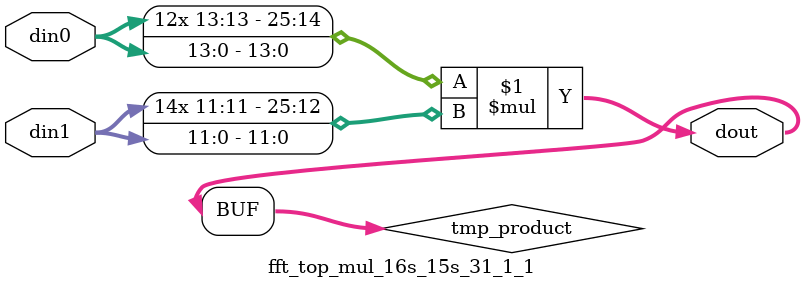
<source format=v>

`timescale 1 ns / 1 ps

 module fft_top_mul_16s_15s_31_1_1(din0, din1, dout);
parameter ID = 1;
parameter NUM_STAGE = 0;
parameter din0_WIDTH = 14;
parameter din1_WIDTH = 12;
parameter dout_WIDTH = 26;

input [din0_WIDTH - 1 : 0] din0; 
input [din1_WIDTH - 1 : 0] din1; 
output [dout_WIDTH - 1 : 0] dout;

wire signed [dout_WIDTH - 1 : 0] tmp_product;



























assign tmp_product = $signed(din0) * $signed(din1);








assign dout = tmp_product;





















endmodule

</source>
